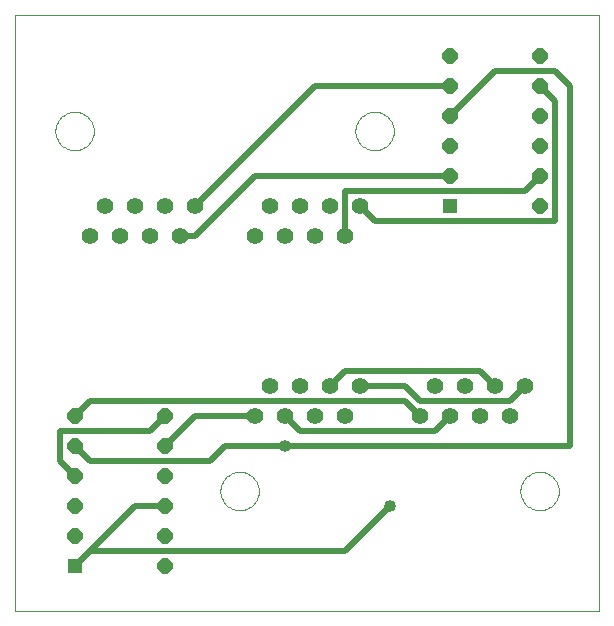
<source format=gbl>
G75*
G70*
%OFA0B0*%
%FSLAX24Y24*%
%IPPOS*%
%LPD*%
%AMOC8*
5,1,8,0,0,1.08239X$1,22.5*
%
%ADD10C,0.0000*%
%ADD11C,0.0550*%
%ADD12OC8,0.0515*%
%ADD13R,0.0515X0.0515*%
%ADD14C,0.0200*%
%ADD15C,0.0400*%
D10*
X000100Y000250D02*
X000100Y020120D01*
X019592Y020120D01*
X019592Y000250D01*
X000100Y000250D01*
X006960Y004250D02*
X006962Y004300D01*
X006968Y004350D01*
X006978Y004399D01*
X006991Y004448D01*
X007009Y004495D01*
X007030Y004541D01*
X007054Y004584D01*
X007082Y004626D01*
X007113Y004666D01*
X007147Y004703D01*
X007184Y004737D01*
X007224Y004768D01*
X007266Y004796D01*
X007309Y004820D01*
X007355Y004841D01*
X007402Y004859D01*
X007451Y004872D01*
X007500Y004882D01*
X007550Y004888D01*
X007600Y004890D01*
X007650Y004888D01*
X007700Y004882D01*
X007749Y004872D01*
X007798Y004859D01*
X007845Y004841D01*
X007891Y004820D01*
X007934Y004796D01*
X007976Y004768D01*
X008016Y004737D01*
X008053Y004703D01*
X008087Y004666D01*
X008118Y004626D01*
X008146Y004584D01*
X008170Y004541D01*
X008191Y004495D01*
X008209Y004448D01*
X008222Y004399D01*
X008232Y004350D01*
X008238Y004300D01*
X008240Y004250D01*
X008238Y004200D01*
X008232Y004150D01*
X008222Y004101D01*
X008209Y004052D01*
X008191Y004005D01*
X008170Y003959D01*
X008146Y003916D01*
X008118Y003874D01*
X008087Y003834D01*
X008053Y003797D01*
X008016Y003763D01*
X007976Y003732D01*
X007934Y003704D01*
X007891Y003680D01*
X007845Y003659D01*
X007798Y003641D01*
X007749Y003628D01*
X007700Y003618D01*
X007650Y003612D01*
X007600Y003610D01*
X007550Y003612D01*
X007500Y003618D01*
X007451Y003628D01*
X007402Y003641D01*
X007355Y003659D01*
X007309Y003680D01*
X007266Y003704D01*
X007224Y003732D01*
X007184Y003763D01*
X007147Y003797D01*
X007113Y003834D01*
X007082Y003874D01*
X007054Y003916D01*
X007030Y003959D01*
X007009Y004005D01*
X006991Y004052D01*
X006978Y004101D01*
X006968Y004150D01*
X006962Y004200D01*
X006960Y004250D01*
X016960Y004250D02*
X016962Y004300D01*
X016968Y004350D01*
X016978Y004399D01*
X016991Y004448D01*
X017009Y004495D01*
X017030Y004541D01*
X017054Y004584D01*
X017082Y004626D01*
X017113Y004666D01*
X017147Y004703D01*
X017184Y004737D01*
X017224Y004768D01*
X017266Y004796D01*
X017309Y004820D01*
X017355Y004841D01*
X017402Y004859D01*
X017451Y004872D01*
X017500Y004882D01*
X017550Y004888D01*
X017600Y004890D01*
X017650Y004888D01*
X017700Y004882D01*
X017749Y004872D01*
X017798Y004859D01*
X017845Y004841D01*
X017891Y004820D01*
X017934Y004796D01*
X017976Y004768D01*
X018016Y004737D01*
X018053Y004703D01*
X018087Y004666D01*
X018118Y004626D01*
X018146Y004584D01*
X018170Y004541D01*
X018191Y004495D01*
X018209Y004448D01*
X018222Y004399D01*
X018232Y004350D01*
X018238Y004300D01*
X018240Y004250D01*
X018238Y004200D01*
X018232Y004150D01*
X018222Y004101D01*
X018209Y004052D01*
X018191Y004005D01*
X018170Y003959D01*
X018146Y003916D01*
X018118Y003874D01*
X018087Y003834D01*
X018053Y003797D01*
X018016Y003763D01*
X017976Y003732D01*
X017934Y003704D01*
X017891Y003680D01*
X017845Y003659D01*
X017798Y003641D01*
X017749Y003628D01*
X017700Y003618D01*
X017650Y003612D01*
X017600Y003610D01*
X017550Y003612D01*
X017500Y003618D01*
X017451Y003628D01*
X017402Y003641D01*
X017355Y003659D01*
X017309Y003680D01*
X017266Y003704D01*
X017224Y003732D01*
X017184Y003763D01*
X017147Y003797D01*
X017113Y003834D01*
X017082Y003874D01*
X017054Y003916D01*
X017030Y003959D01*
X017009Y004005D01*
X016991Y004052D01*
X016978Y004101D01*
X016968Y004150D01*
X016962Y004200D01*
X016960Y004250D01*
X011460Y016250D02*
X011462Y016300D01*
X011468Y016350D01*
X011478Y016399D01*
X011491Y016448D01*
X011509Y016495D01*
X011530Y016541D01*
X011554Y016584D01*
X011582Y016626D01*
X011613Y016666D01*
X011647Y016703D01*
X011684Y016737D01*
X011724Y016768D01*
X011766Y016796D01*
X011809Y016820D01*
X011855Y016841D01*
X011902Y016859D01*
X011951Y016872D01*
X012000Y016882D01*
X012050Y016888D01*
X012100Y016890D01*
X012150Y016888D01*
X012200Y016882D01*
X012249Y016872D01*
X012298Y016859D01*
X012345Y016841D01*
X012391Y016820D01*
X012434Y016796D01*
X012476Y016768D01*
X012516Y016737D01*
X012553Y016703D01*
X012587Y016666D01*
X012618Y016626D01*
X012646Y016584D01*
X012670Y016541D01*
X012691Y016495D01*
X012709Y016448D01*
X012722Y016399D01*
X012732Y016350D01*
X012738Y016300D01*
X012740Y016250D01*
X012738Y016200D01*
X012732Y016150D01*
X012722Y016101D01*
X012709Y016052D01*
X012691Y016005D01*
X012670Y015959D01*
X012646Y015916D01*
X012618Y015874D01*
X012587Y015834D01*
X012553Y015797D01*
X012516Y015763D01*
X012476Y015732D01*
X012434Y015704D01*
X012391Y015680D01*
X012345Y015659D01*
X012298Y015641D01*
X012249Y015628D01*
X012200Y015618D01*
X012150Y015612D01*
X012100Y015610D01*
X012050Y015612D01*
X012000Y015618D01*
X011951Y015628D01*
X011902Y015641D01*
X011855Y015659D01*
X011809Y015680D01*
X011766Y015704D01*
X011724Y015732D01*
X011684Y015763D01*
X011647Y015797D01*
X011613Y015834D01*
X011582Y015874D01*
X011554Y015916D01*
X011530Y015959D01*
X011509Y016005D01*
X011491Y016052D01*
X011478Y016101D01*
X011468Y016150D01*
X011462Y016200D01*
X011460Y016250D01*
X001460Y016250D02*
X001462Y016300D01*
X001468Y016350D01*
X001478Y016399D01*
X001491Y016448D01*
X001509Y016495D01*
X001530Y016541D01*
X001554Y016584D01*
X001582Y016626D01*
X001613Y016666D01*
X001647Y016703D01*
X001684Y016737D01*
X001724Y016768D01*
X001766Y016796D01*
X001809Y016820D01*
X001855Y016841D01*
X001902Y016859D01*
X001951Y016872D01*
X002000Y016882D01*
X002050Y016888D01*
X002100Y016890D01*
X002150Y016888D01*
X002200Y016882D01*
X002249Y016872D01*
X002298Y016859D01*
X002345Y016841D01*
X002391Y016820D01*
X002434Y016796D01*
X002476Y016768D01*
X002516Y016737D01*
X002553Y016703D01*
X002587Y016666D01*
X002618Y016626D01*
X002646Y016584D01*
X002670Y016541D01*
X002691Y016495D01*
X002709Y016448D01*
X002722Y016399D01*
X002732Y016350D01*
X002738Y016300D01*
X002740Y016250D01*
X002738Y016200D01*
X002732Y016150D01*
X002722Y016101D01*
X002709Y016052D01*
X002691Y016005D01*
X002670Y015959D01*
X002646Y015916D01*
X002618Y015874D01*
X002587Y015834D01*
X002553Y015797D01*
X002516Y015763D01*
X002476Y015732D01*
X002434Y015704D01*
X002391Y015680D01*
X002345Y015659D01*
X002298Y015641D01*
X002249Y015628D01*
X002200Y015618D01*
X002150Y015612D01*
X002100Y015610D01*
X002050Y015612D01*
X002000Y015618D01*
X001951Y015628D01*
X001902Y015641D01*
X001855Y015659D01*
X001809Y015680D01*
X001766Y015704D01*
X001724Y015732D01*
X001684Y015763D01*
X001647Y015797D01*
X001613Y015834D01*
X001582Y015874D01*
X001554Y015916D01*
X001530Y015959D01*
X001509Y016005D01*
X001491Y016052D01*
X001478Y016101D01*
X001468Y016150D01*
X001462Y016200D01*
X001460Y016250D01*
D11*
X003100Y013750D03*
X004100Y013750D03*
X005100Y013750D03*
X006100Y013750D03*
X005600Y012750D03*
X004600Y012750D03*
X003600Y012750D03*
X002600Y012750D03*
X008100Y012750D03*
X009100Y012750D03*
X010100Y012750D03*
X011100Y012750D03*
X010600Y013750D03*
X009600Y013750D03*
X008600Y013750D03*
X011600Y013750D03*
X011600Y007750D03*
X010600Y007750D03*
X009600Y007750D03*
X008600Y007750D03*
X008100Y006750D03*
X009100Y006750D03*
X010100Y006750D03*
X011100Y006750D03*
X013600Y006750D03*
X014600Y006750D03*
X014100Y007750D03*
X015100Y007750D03*
X016100Y007750D03*
X017100Y007750D03*
X016600Y006750D03*
X015600Y006750D03*
D12*
X017600Y013750D03*
X017600Y014750D03*
X017600Y015750D03*
X017600Y016750D03*
X017600Y017750D03*
X017600Y018750D03*
X014600Y018750D03*
X014600Y017750D03*
X014600Y016750D03*
X014600Y015750D03*
X014600Y014750D03*
X005100Y006750D03*
X005100Y005750D03*
X005100Y004750D03*
X005100Y003750D03*
X005100Y002750D03*
X005100Y001750D03*
X002100Y002750D03*
X002100Y003750D03*
X002100Y004750D03*
X002100Y005750D03*
X002100Y006750D03*
D13*
X002100Y001750D03*
X014600Y013750D03*
D14*
X014600Y014750D02*
X008100Y014750D01*
X006100Y012750D01*
X005600Y012750D01*
X006100Y013750D02*
X010100Y017750D01*
X014600Y017750D01*
X014600Y016750D02*
X016100Y018250D01*
X018100Y018250D01*
X018600Y017750D01*
X018600Y005750D01*
X009100Y005750D01*
X007100Y005750D01*
X006600Y005250D01*
X002600Y005250D01*
X002100Y005750D01*
X001600Y006250D02*
X004600Y006250D01*
X005100Y006750D01*
X006100Y006750D02*
X005100Y005750D01*
X006100Y006750D02*
X008100Y006750D01*
X009100Y006750D02*
X009600Y006250D01*
X014100Y006250D01*
X014600Y006750D01*
X013600Y006750D02*
X013100Y007250D01*
X002600Y007250D01*
X002100Y006750D01*
X001600Y006250D02*
X001600Y005250D01*
X002100Y004750D01*
X004100Y003750D02*
X005100Y003750D01*
X004100Y003750D02*
X002600Y002250D01*
X011100Y002250D01*
X012600Y003750D01*
X013600Y007250D02*
X016600Y007250D01*
X017100Y007750D01*
X016100Y007750D02*
X015600Y008250D01*
X011100Y008250D01*
X010600Y007750D01*
X011600Y007750D02*
X013100Y007750D01*
X013600Y007250D01*
X011100Y012750D02*
X011100Y014250D01*
X017100Y014250D01*
X017600Y014750D01*
X018100Y013250D02*
X012100Y013250D01*
X011600Y013750D01*
X017600Y017750D02*
X018100Y017250D01*
X018100Y013250D01*
X002600Y002250D02*
X002100Y001750D01*
D15*
X009100Y005750D03*
X012600Y003750D03*
M02*

</source>
